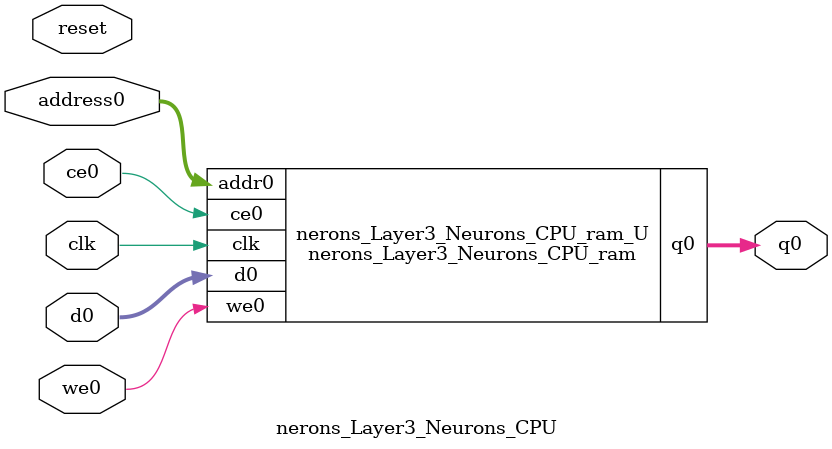
<source format=v>
`timescale 1 ns / 1 ps
module nerons_Layer3_Neurons_CPU_ram (addr0, ce0, d0, we0, q0,  clk);

parameter DWIDTH = 16;
parameter AWIDTH = 11;
parameter MEM_SIZE = 1250;

input[AWIDTH-1:0] addr0;
input ce0;
input[DWIDTH-1:0] d0;
input we0;
output reg[DWIDTH-1:0] q0;
input clk;

(* ram_style = "block" *)reg [DWIDTH-1:0] ram[0:MEM_SIZE-1];




always @(posedge clk)  
begin 
    if (ce0) 
    begin
        if (we0) 
        begin 
            ram[addr0] <= d0; 
        end 
        q0 <= ram[addr0];
    end
end


endmodule

`timescale 1 ns / 1 ps
module nerons_Layer3_Neurons_CPU(
    reset,
    clk,
    address0,
    ce0,
    we0,
    d0,
    q0);

parameter DataWidth = 32'd16;
parameter AddressRange = 32'd1250;
parameter AddressWidth = 32'd11;
input reset;
input clk;
input[AddressWidth - 1:0] address0;
input ce0;
input we0;
input[DataWidth - 1:0] d0;
output[DataWidth - 1:0] q0;



nerons_Layer3_Neurons_CPU_ram nerons_Layer3_Neurons_CPU_ram_U(
    .clk( clk ),
    .addr0( address0 ),
    .ce0( ce0 ),
    .we0( we0 ),
    .d0( d0 ),
    .q0( q0 ));

endmodule


</source>
